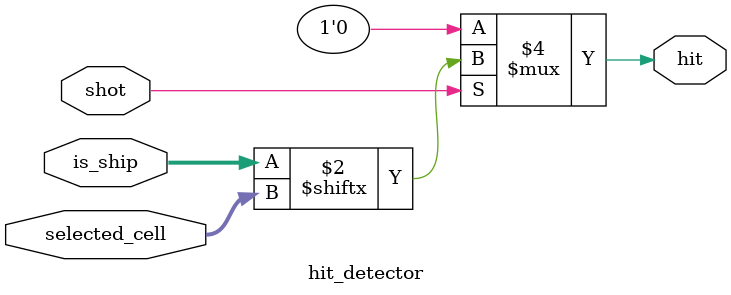
<source format=v>
module hit_detector (
    input  wire       shot,         // Single-bit signal indicating shot fired
    input  wire [99:0] is_ship,     // 100-bit map of ship positions
    input  wire [6:0]  selected_cell, // Encoded 0–99 index of selected cell
    output reg        hit           // High for one cycle if hit
);

    always @(*) begin
        if (shot)
            hit = is_ship[selected_cell];
        else
            hit = 1'b0;
    end

endmodule

</source>
